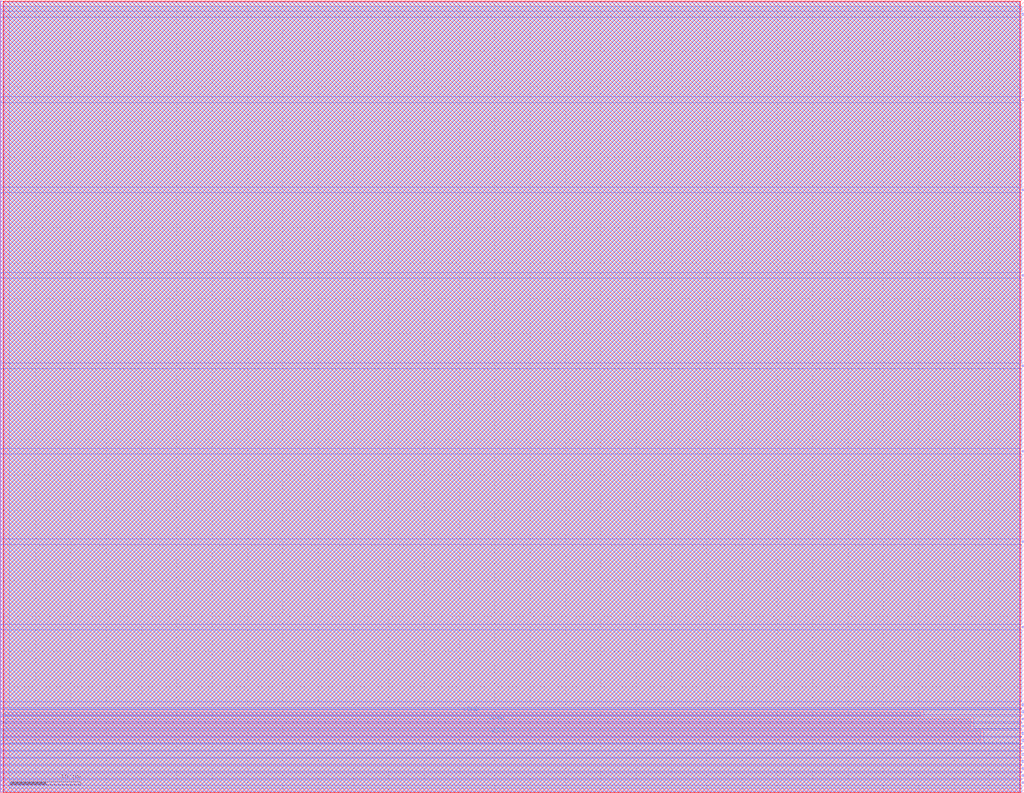
<source format=lef>
VERSION 5.7 ;
  NOWIREEXTENSIONATPIN ON ;
  DIVIDERCHAR "/" ;
  BUSBITCHARS "[]" ;
MACRO rom_tvbgone_32k
  CLASS BLOCK ;
  FOREIGN rom_tvbgone_32k ;
  ORIGIN 0.000 0.000 ;
  SIZE 144.900 BY 112.300 ;
  PIN addr[0]
    DIRECTION INPUT ;
    USE SIGNAL ;
    ANTENNAGATEAREA 0.675000 ;
    PORT
      LAYER met2 ;
        RECT 144.600 8.310 144.900 8.570 ;
    END
  END addr[0]
  PIN addr[1]
    DIRECTION INPUT ;
    USE SIGNAL ;
    ANTENNAGATEAREA 0.675000 ;
    PORT
      LAYER met2 ;
        RECT 144.600 9.310 144.900 9.570 ;
    END
  END addr[1]
  PIN addr[2]
    DIRECTION INPUT ;
    USE SIGNAL ;
    ANTENNAGATEAREA 0.675000 ;
    PORT
      LAYER met2 ;
        RECT 144.600 10.310 144.900 10.570 ;
    END
  END addr[2]
  PIN addr[3]
    DIRECTION INPUT ;
    USE SIGNAL ;
    ANTENNAGATEAREA 0.675000 ;
    PORT
      LAYER met2 ;
        RECT 144.600 11.310 144.900 11.570 ;
    END
  END addr[3]
  PIN addr[4]
    DIRECTION INPUT ;
    USE SIGNAL ;
    ANTENNAGATEAREA 0.675000 ;
    PORT
      LAYER met2 ;
        RECT 144.600 12.310 144.900 12.570 ;
    END
  END addr[4]
  PIN addr[5]
    DIRECTION INPUT ;
    USE SIGNAL ;
    ANTENNAGATEAREA 0.675000 ;
    PORT
      LAYER met2 ;
        RECT 144.600 7.310 144.900 7.570 ;
    END
  END addr[5]
  PIN addr[6]
    DIRECTION INPUT ;
    USE SIGNAL ;
    ANTENNAGATEAREA 0.675000 ;
    PORT
      LAYER met2 ;
        RECT 144.600 6.310 144.900 6.570 ;
    END
  END addr[6]
  PIN addr[7]
    DIRECTION INPUT ;
    USE SIGNAL ;
    ANTENNAGATEAREA 0.675000 ;
    PORT
      LAYER met2 ;
        RECT 144.600 5.310 144.900 5.570 ;
    END
  END addr[7]
  PIN addr[8]
    DIRECTION INPUT ;
    USE SIGNAL ;
    ANTENNAGATEAREA 0.675000 ;
    PORT
      LAYER met2 ;
        RECT 144.600 4.310 144.900 4.570 ;
    END
  END addr[8]
  PIN addr[9]
    DIRECTION INPUT ;
    USE SIGNAL ;
    ANTENNAGATEAREA 0.675000 ;
    PORT
      LAYER met2 ;
        RECT 144.600 3.310 144.900 3.570 ;
    END
  END addr[9]
  PIN addr[10]
    DIRECTION INPUT ;
    USE SIGNAL ;
    ANTENNAGATEAREA 0.675000 ;
    PORT
      LAYER met2 ;
        RECT 144.600 2.310 144.900 2.570 ;
    END
  END addr[10]
  PIN addr[11]
    DIRECTION INPUT ;
    USE SIGNAL ;
    ANTENNAGATEAREA 0.675000 ;
    PORT
      LAYER met2 ;
        RECT 144.600 1.310 144.900 1.570 ;
    END
  END addr[11]
  PIN q[0]
    DIRECTION OUTPUT ;
    USE SIGNAL ;
    ANTENNADIFFAREA 0.490000 ;
    PORT
      LAYER met2 ;
        RECT 144.600 23.335 144.900 23.595 ;
    END
  END q[0]
  PIN q[1]
    DIRECTION OUTPUT ;
    USE SIGNAL ;
    ANTENNADIFFAREA 0.490000 ;
    PORT
      LAYER met2 ;
        RECT 144.600 35.435 144.900 35.695 ;
    END
  END q[1]
  PIN q[2]
    DIRECTION OUTPUT ;
    USE SIGNAL ;
    ANTENNADIFFAREA 0.490000 ;
    PORT
      LAYER met2 ;
        RECT 144.600 48.235 144.900 48.495 ;
    END
  END q[2]
  PIN q[3]
    DIRECTION OUTPUT ;
    USE SIGNAL ;
    ANTENNADIFFAREA 0.490000 ;
    PORT
      LAYER met2 ;
        RECT 144.600 60.335 144.900 60.595 ;
    END
  END q[3]
  PIN q[4]
    DIRECTION OUTPUT ;
    USE SIGNAL ;
    ANTENNADIFFAREA 0.490000 ;
    PORT
      LAYER met2 ;
        RECT 144.600 73.135 144.900 73.395 ;
    END
  END q[4]
  PIN q[5]
    DIRECTION OUTPUT ;
    USE SIGNAL ;
    ANTENNADIFFAREA 0.490000 ;
    PORT
      LAYER met2 ;
        RECT 144.600 85.235 144.900 85.495 ;
    END
  END q[5]
  PIN q[6]
    DIRECTION OUTPUT ;
    USE SIGNAL ;
    ANTENNADIFFAREA 0.490000 ;
    PORT
      LAYER met2 ;
        RECT 144.600 98.035 144.900 98.295 ;
    END
  END q[6]
  PIN q[7]
    DIRECTION OUTPUT ;
    USE SIGNAL ;
    ANTENNADIFFAREA 0.490000 ;
    PORT
      LAYER met2 ;
        RECT 144.600 110.135 144.900 110.395 ;
    END
  END q[7]
  PIN VGND
    DIRECTION INOUT ;
    USE GROUND ;
    PORT
      LAYER met3 ;
        RECT 0.555 10.865 130.285 11.365 ;
    END
    PORT
      LAYER met3 ;
        RECT 0.055 7.445 138.755 8.695 ;
    END
  END VGND
  PIN VPWR
    DIRECTION INOUT ;
    USE POWER ;
    PORT
      LAYER met3 ;
        RECT 0.755 9.195 137.350 10.445 ;
    END
  END VPWR
  OBS
      LAYER nwell ;
        RECT 0.400 0.000 144.385 112.100 ;
      LAYER li1 ;
        RECT 0.585 0.130 144.295 111.980 ;
      LAYER met1 ;
        RECT 0.055 0.130 144.355 112.115 ;
      LAYER met2 ;
        RECT 0.055 110.675 144.600 111.375 ;
        RECT 0.055 109.855 144.320 110.675 ;
        RECT 0.055 98.575 144.600 109.855 ;
        RECT 0.055 97.755 144.320 98.575 ;
        RECT 0.055 85.775 144.600 97.755 ;
        RECT 0.055 84.955 144.320 85.775 ;
        RECT 0.055 73.675 144.600 84.955 ;
        RECT 0.055 72.855 144.320 73.675 ;
        RECT 0.055 60.875 144.600 72.855 ;
        RECT 0.055 60.055 144.320 60.875 ;
        RECT 0.055 48.775 144.600 60.055 ;
        RECT 0.055 47.955 144.320 48.775 ;
        RECT 0.055 35.975 144.600 47.955 ;
        RECT 0.055 35.155 144.320 35.975 ;
        RECT 0.055 23.875 144.600 35.155 ;
        RECT 0.055 23.055 144.320 23.875 ;
        RECT 0.055 12.850 144.600 23.055 ;
        RECT 0.055 12.030 144.320 12.850 ;
        RECT 0.055 11.850 144.600 12.030 ;
        RECT 0.055 11.030 144.320 11.850 ;
        RECT 0.055 10.850 144.600 11.030 ;
        RECT 0.055 10.030 144.320 10.850 ;
        RECT 0.055 9.850 144.600 10.030 ;
        RECT 0.055 9.030 144.320 9.850 ;
        RECT 0.055 8.850 144.600 9.030 ;
        RECT 0.055 8.030 144.320 8.850 ;
        RECT 0.055 7.850 144.600 8.030 ;
        RECT 0.055 7.030 144.320 7.850 ;
        RECT 0.055 6.850 144.600 7.030 ;
        RECT 0.055 6.030 144.320 6.850 ;
        RECT 0.055 5.850 144.600 6.030 ;
        RECT 0.055 5.030 144.320 5.850 ;
        RECT 0.055 4.850 144.600 5.030 ;
        RECT 0.055 4.030 144.320 4.850 ;
        RECT 0.055 3.850 144.600 4.030 ;
        RECT 0.055 3.030 144.320 3.850 ;
        RECT 0.055 2.850 144.600 3.030 ;
        RECT 0.055 2.030 144.320 2.850 ;
        RECT 0.055 1.850 144.600 2.030 ;
        RECT 0.055 1.030 144.320 1.850 ;
        RECT 0.055 0.130 144.600 1.030 ;
      LAYER met3 ;
        RECT 1.245 11.765 144.350 112.115 ;
        RECT 130.685 10.845 144.350 11.765 ;
        RECT 137.750 9.095 144.350 10.845 ;
        RECT 139.155 7.045 144.350 9.095 ;
        RECT 1.245 0.615 144.350 7.045 ;
  END
END rom_tvbgone_32k
END LIBRARY


</source>
